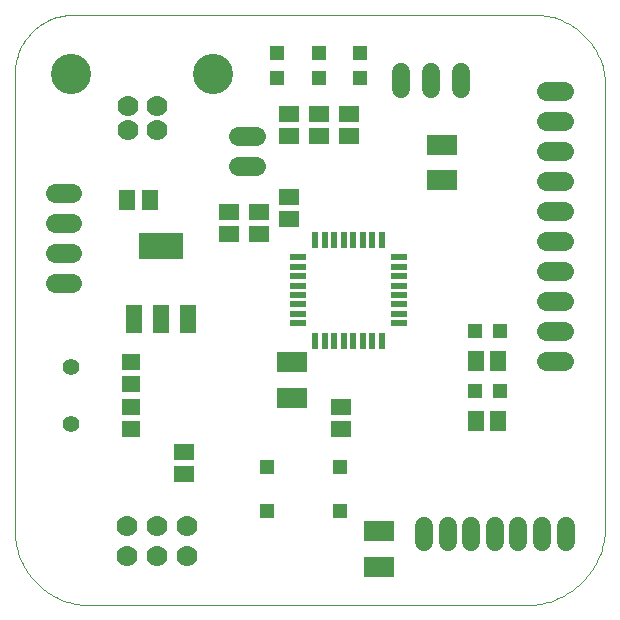
<source format=gts>
G75*
%MOIN*%
%OFA0B0*%
%FSLAX24Y24*%
%IPPOS*%
%LPD*%
%AMOC8*
5,1,8,0,0,1.08239X$1,22.5*
%
%ADD10C,0.0000*%
%ADD11C,0.0594*%
%ADD12R,0.0520X0.0920*%
%ADD13R,0.1457X0.0906*%
%ADD14R,0.0985X0.0670*%
%ADD15R,0.0512X0.0512*%
%ADD16R,0.0670X0.0552*%
%ADD17R,0.0552X0.0670*%
%ADD18R,0.0540X0.0240*%
%ADD19R,0.0240X0.0540*%
%ADD20C,0.0700*%
%ADD21C,0.1340*%
%ADD22R,0.0512X0.0473*%
%ADD23C,0.0634*%
%ADD24C,0.0555*%
%ADD25R,0.0631X0.0552*%
%ADD26C,0.0600*%
D10*
X002680Y000180D02*
X017215Y000180D01*
X017317Y000182D01*
X017418Y000188D01*
X017519Y000197D01*
X017620Y000211D01*
X017720Y000228D01*
X017819Y000250D01*
X017917Y000275D01*
X018015Y000303D01*
X018111Y000336D01*
X018206Y000372D01*
X018299Y000412D01*
X018391Y000455D01*
X018481Y000502D01*
X018569Y000552D01*
X018655Y000606D01*
X018740Y000662D01*
X018821Y000722D01*
X018901Y000786D01*
X018978Y000852D01*
X019053Y000921D01*
X019124Y000992D01*
X019193Y001067D01*
X019259Y001144D01*
X019323Y001224D01*
X019383Y001305D01*
X019439Y001390D01*
X019493Y001476D01*
X019543Y001564D01*
X019590Y001654D01*
X019633Y001746D01*
X019673Y001839D01*
X019709Y001934D01*
X019742Y002030D01*
X019770Y002128D01*
X019795Y002226D01*
X019817Y002325D01*
X019834Y002425D01*
X019848Y002526D01*
X019857Y002627D01*
X019863Y002728D01*
X019865Y002830D01*
X019865Y017482D01*
X019863Y017578D01*
X019857Y017674D01*
X019848Y017769D01*
X019834Y017864D01*
X019817Y017959D01*
X019796Y018052D01*
X019771Y018145D01*
X019742Y018237D01*
X019710Y018327D01*
X019674Y018416D01*
X019635Y018504D01*
X019592Y018589D01*
X019546Y018674D01*
X019496Y018756D01*
X019443Y018836D01*
X019387Y018914D01*
X019328Y018989D01*
X019266Y019062D01*
X019201Y019133D01*
X019133Y019201D01*
X019062Y019266D01*
X018989Y019328D01*
X018914Y019387D01*
X018836Y019443D01*
X018756Y019496D01*
X018674Y019546D01*
X018589Y019592D01*
X018504Y019635D01*
X018416Y019674D01*
X018327Y019710D01*
X018237Y019742D01*
X018145Y019771D01*
X018052Y019796D01*
X017959Y019817D01*
X017864Y019834D01*
X017769Y019848D01*
X017674Y019857D01*
X017578Y019863D01*
X017482Y019865D01*
X002149Y019865D01*
X002149Y019866D02*
X002063Y019864D01*
X001977Y019859D01*
X001892Y019849D01*
X001807Y019836D01*
X001723Y019819D01*
X001639Y019799D01*
X001557Y019775D01*
X001476Y019747D01*
X001395Y019716D01*
X001317Y019682D01*
X001240Y019644D01*
X001165Y019602D01*
X001091Y019558D01*
X001020Y019510D01*
X000950Y019459D01*
X000883Y019405D01*
X000819Y019349D01*
X000757Y019289D01*
X000697Y019227D01*
X000641Y019163D01*
X000587Y019096D01*
X000536Y019026D01*
X000488Y018955D01*
X000444Y018882D01*
X000402Y018806D01*
X000364Y018729D01*
X000330Y018651D01*
X000299Y018570D01*
X000271Y018489D01*
X000247Y018407D01*
X000227Y018323D01*
X000210Y018239D01*
X000197Y018154D01*
X000187Y018069D01*
X000182Y017983D01*
X000180Y017897D01*
X000180Y002680D01*
X000182Y002582D01*
X000188Y002484D01*
X000197Y002386D01*
X000211Y002289D01*
X000228Y002192D01*
X000249Y002096D01*
X000274Y002001D01*
X000302Y001907D01*
X000335Y001815D01*
X000370Y001723D01*
X000410Y001633D01*
X000452Y001545D01*
X000499Y001458D01*
X000548Y001374D01*
X000601Y001291D01*
X000657Y001211D01*
X000717Y001132D01*
X000779Y001056D01*
X000844Y000983D01*
X000912Y000912D01*
X000983Y000844D01*
X001056Y000779D01*
X001132Y000717D01*
X001211Y000657D01*
X001291Y000601D01*
X001374Y000548D01*
X001458Y000499D01*
X001545Y000452D01*
X001633Y000410D01*
X001723Y000370D01*
X001815Y000335D01*
X001907Y000302D01*
X002001Y000274D01*
X002096Y000249D01*
X002192Y000228D01*
X002289Y000211D01*
X002386Y000197D01*
X002484Y000188D01*
X002582Y000182D01*
X002680Y000180D01*
D11*
X013818Y002278D02*
X013818Y002832D01*
X014605Y002832D02*
X014605Y002278D01*
X015393Y002278D02*
X015393Y002832D01*
X016180Y002832D02*
X016180Y002278D01*
X016967Y002278D02*
X016967Y002832D01*
X017755Y002832D02*
X017755Y002278D01*
X018542Y002278D02*
X018542Y002832D01*
D12*
X005965Y009710D03*
X005055Y009710D03*
X004145Y009710D03*
D13*
X005055Y012150D03*
D14*
X009430Y008271D03*
X009430Y007089D03*
X012305Y002646D03*
X012305Y001464D03*
X014430Y014339D03*
X014430Y015521D03*
D15*
X011680Y017767D03*
X011680Y018593D03*
X010305Y018593D03*
X010305Y017767D03*
X008930Y017767D03*
X008930Y018593D03*
X015517Y009305D03*
X016343Y009305D03*
X016343Y007305D03*
X015517Y007305D03*
D16*
X011055Y006804D03*
X011055Y006056D03*
X005805Y005304D03*
X005805Y004556D03*
X007305Y012556D03*
X007305Y013304D03*
X008305Y013304D03*
X008305Y012556D03*
X009305Y013056D03*
X009305Y013804D03*
X009305Y015806D03*
X009305Y016554D03*
X010305Y016554D03*
X010305Y015806D03*
X011305Y015806D03*
X011305Y016554D03*
D17*
X004699Y013680D03*
X003911Y013680D03*
X015556Y008305D03*
X016304Y008305D03*
X016304Y006305D03*
X015556Y006305D03*
D18*
X012995Y009578D03*
X012995Y009893D03*
X012995Y010208D03*
X012995Y010523D03*
X012995Y010837D03*
X012995Y011152D03*
X012995Y011467D03*
X012995Y011782D03*
X009615Y011782D03*
X009615Y011467D03*
X009615Y011152D03*
X009615Y010837D03*
X009615Y010523D03*
X009615Y010208D03*
X009615Y009893D03*
X009615Y009578D03*
D19*
X010203Y008990D03*
X010518Y008990D03*
X010833Y008990D03*
X011148Y008990D03*
X011462Y008990D03*
X011777Y008990D03*
X012092Y008990D03*
X012407Y008990D03*
X012407Y012370D03*
X012092Y012370D03*
X011777Y012370D03*
X011462Y012370D03*
X011148Y012370D03*
X010833Y012370D03*
X010518Y012370D03*
X010203Y012370D03*
D20*
X004922Y016025D03*
X004922Y016805D03*
X003938Y016805D03*
X003938Y016025D03*
X003930Y002805D03*
X003930Y001805D03*
X004930Y001805D03*
X004930Y002805D03*
X005930Y002805D03*
X005930Y001805D03*
D21*
X006800Y017875D03*
X002060Y017875D03*
D22*
X008585Y004783D03*
X008585Y003327D03*
X011025Y003327D03*
X011025Y004783D03*
D23*
X017883Y008305D02*
X018477Y008305D01*
X018477Y009305D02*
X017883Y009305D01*
X017883Y010305D02*
X018477Y010305D01*
X018477Y011305D02*
X017883Y011305D01*
X017883Y012305D02*
X018477Y012305D01*
X018477Y013305D02*
X017883Y013305D01*
X017883Y014305D02*
X018477Y014305D01*
X018477Y015305D02*
X017883Y015305D01*
X017883Y016305D02*
X018477Y016305D01*
X018477Y017305D02*
X017883Y017305D01*
X008227Y015805D02*
X007633Y015805D01*
X007633Y014805D02*
X008227Y014805D01*
X002102Y013930D02*
X001508Y013930D01*
X001508Y012930D02*
X002102Y012930D01*
X002102Y011930D02*
X001508Y011930D01*
X001508Y010930D02*
X002102Y010930D01*
D24*
X002055Y008130D03*
X002055Y006230D03*
D25*
X004055Y006056D03*
X004055Y006804D03*
X004055Y007556D03*
X004055Y008304D03*
D26*
X013055Y017400D02*
X013055Y017960D01*
X014055Y017960D02*
X014055Y017400D01*
X015055Y017400D02*
X015055Y017960D01*
M02*

</source>
